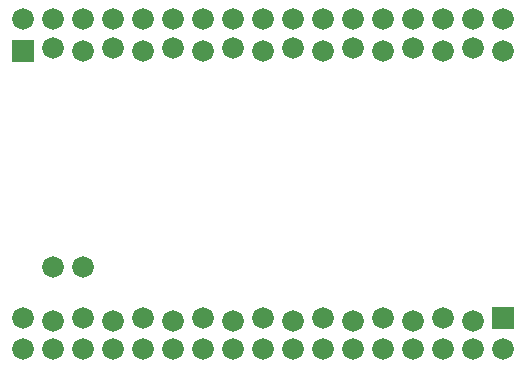
<source format=gbs>
G75*
G70*
%OFA0B0*%
%FSLAX24Y24*%
%IPPOS*%
%LPD*%
%AMOC8*
5,1,8,0,0,1.08239X$1,22.5*
%
%ADD10R,0.0720X0.0720*%
%ADD11C,0.0720*%
D10*
X001568Y011236D03*
X017568Y002336D03*
D11*
X001568Y001286D03*
X002568Y001286D03*
X003568Y001286D03*
X004568Y001286D03*
X005568Y001286D03*
X006568Y001286D03*
X007568Y001286D03*
X008568Y001286D03*
X009568Y001286D03*
X010568Y001286D03*
X011568Y001286D03*
X012568Y001286D03*
X013568Y001286D03*
X014568Y001286D03*
X015568Y001286D03*
X016568Y001286D03*
X017568Y001286D03*
X016568Y002236D03*
X015568Y002336D03*
X014568Y002236D03*
X013568Y002336D03*
X012568Y002236D03*
X011568Y002336D03*
X010568Y002236D03*
X009568Y002336D03*
X008568Y002236D03*
X007568Y002336D03*
X006568Y002236D03*
X005568Y002336D03*
X004568Y002236D03*
X003568Y002336D03*
X002568Y002236D03*
X001568Y002336D03*
X002568Y004036D03*
X003568Y004036D03*
X003568Y011236D03*
X004568Y011336D03*
X005568Y011236D03*
X006568Y011336D03*
X007568Y011236D03*
X008568Y011336D03*
X009568Y011236D03*
X010568Y011336D03*
X011568Y011236D03*
X012568Y011336D03*
X013568Y011236D03*
X014568Y011336D03*
X015568Y011236D03*
X016568Y011336D03*
X017568Y011236D03*
X017568Y012286D03*
X016568Y012286D03*
X015568Y012286D03*
X014568Y012286D03*
X013568Y012286D03*
X012568Y012286D03*
X011568Y012286D03*
X010568Y012286D03*
X009568Y012286D03*
X008568Y012286D03*
X007568Y012286D03*
X006568Y012286D03*
X005568Y012286D03*
X004568Y012286D03*
X003568Y012286D03*
X002568Y012286D03*
X001568Y012286D03*
X002568Y011336D03*
M02*

</source>
